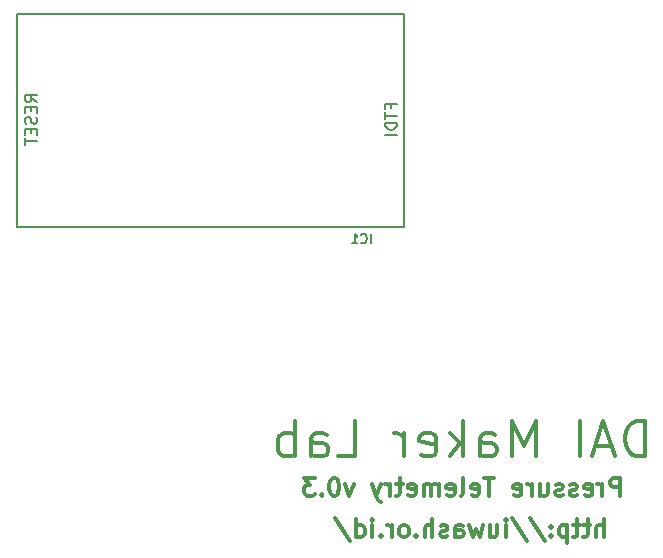
<source format=gbr>
G04 #@! TF.FileFunction,Legend,Bot*
%FSLAX46Y46*%
G04 Gerber Fmt 4.6, Leading zero omitted, Abs format (unit mm)*
G04 Created by KiCad (PCBNEW 4.0.2-stable) date Tuesday, August 01, 2017 'PMt' 03:56:38 PM*
%MOMM*%
G01*
G04 APERTURE LIST*
%ADD10C,0.100000*%
%ADD11C,0.300000*%
%ADD12C,0.150000*%
%ADD13C,0.160000*%
G04 APERTURE END LIST*
D10*
D11*
X156050002Y-112978571D02*
X156050002Y-111478571D01*
X155407145Y-112978571D02*
X155407145Y-112192857D01*
X155478574Y-112050000D01*
X155621431Y-111978571D01*
X155835716Y-111978571D01*
X155978574Y-112050000D01*
X156050002Y-112121429D01*
X154907145Y-111978571D02*
X154335716Y-111978571D01*
X154692859Y-111478571D02*
X154692859Y-112764286D01*
X154621431Y-112907143D01*
X154478573Y-112978571D01*
X154335716Y-112978571D01*
X154050002Y-111978571D02*
X153478573Y-111978571D01*
X153835716Y-111478571D02*
X153835716Y-112764286D01*
X153764288Y-112907143D01*
X153621430Y-112978571D01*
X153478573Y-112978571D01*
X152978573Y-111978571D02*
X152978573Y-113478571D01*
X152978573Y-112050000D02*
X152835716Y-111978571D01*
X152550002Y-111978571D01*
X152407145Y-112050000D01*
X152335716Y-112121429D01*
X152264287Y-112264286D01*
X152264287Y-112692857D01*
X152335716Y-112835714D01*
X152407145Y-112907143D01*
X152550002Y-112978571D01*
X152835716Y-112978571D01*
X152978573Y-112907143D01*
X151621430Y-112835714D02*
X151550002Y-112907143D01*
X151621430Y-112978571D01*
X151692859Y-112907143D01*
X151621430Y-112835714D01*
X151621430Y-112978571D01*
X151621430Y-112050000D02*
X151550002Y-112121429D01*
X151621430Y-112192857D01*
X151692859Y-112121429D01*
X151621430Y-112050000D01*
X151621430Y-112192857D01*
X149835716Y-111407143D02*
X151121430Y-113335714D01*
X148264287Y-111407143D02*
X149550001Y-113335714D01*
X147764286Y-112978571D02*
X147764286Y-111978571D01*
X147764286Y-111478571D02*
X147835715Y-111550000D01*
X147764286Y-111621429D01*
X147692858Y-111550000D01*
X147764286Y-111478571D01*
X147764286Y-111621429D01*
X146407143Y-111978571D02*
X146407143Y-112978571D01*
X147050000Y-111978571D02*
X147050000Y-112764286D01*
X146978572Y-112907143D01*
X146835714Y-112978571D01*
X146621429Y-112978571D01*
X146478572Y-112907143D01*
X146407143Y-112835714D01*
X145835714Y-111978571D02*
X145550000Y-112978571D01*
X145264286Y-112264286D01*
X144978571Y-112978571D01*
X144692857Y-111978571D01*
X143478571Y-112978571D02*
X143478571Y-112192857D01*
X143550000Y-112050000D01*
X143692857Y-111978571D01*
X143978571Y-111978571D01*
X144121428Y-112050000D01*
X143478571Y-112907143D02*
X143621428Y-112978571D01*
X143978571Y-112978571D01*
X144121428Y-112907143D01*
X144192857Y-112764286D01*
X144192857Y-112621429D01*
X144121428Y-112478571D01*
X143978571Y-112407143D01*
X143621428Y-112407143D01*
X143478571Y-112335714D01*
X142835714Y-112907143D02*
X142692857Y-112978571D01*
X142407142Y-112978571D01*
X142264285Y-112907143D01*
X142192857Y-112764286D01*
X142192857Y-112692857D01*
X142264285Y-112550000D01*
X142407142Y-112478571D01*
X142621428Y-112478571D01*
X142764285Y-112407143D01*
X142835714Y-112264286D01*
X142835714Y-112192857D01*
X142764285Y-112050000D01*
X142621428Y-111978571D01*
X142407142Y-111978571D01*
X142264285Y-112050000D01*
X141549999Y-112978571D02*
X141549999Y-111478571D01*
X140907142Y-112978571D02*
X140907142Y-112192857D01*
X140978571Y-112050000D01*
X141121428Y-111978571D01*
X141335713Y-111978571D01*
X141478571Y-112050000D01*
X141549999Y-112121429D01*
X140192856Y-112835714D02*
X140121428Y-112907143D01*
X140192856Y-112978571D01*
X140264285Y-112907143D01*
X140192856Y-112835714D01*
X140192856Y-112978571D01*
X139264284Y-112978571D02*
X139407142Y-112907143D01*
X139478570Y-112835714D01*
X139549999Y-112692857D01*
X139549999Y-112264286D01*
X139478570Y-112121429D01*
X139407142Y-112050000D01*
X139264284Y-111978571D01*
X139049999Y-111978571D01*
X138907142Y-112050000D01*
X138835713Y-112121429D01*
X138764284Y-112264286D01*
X138764284Y-112692857D01*
X138835713Y-112835714D01*
X138907142Y-112907143D01*
X139049999Y-112978571D01*
X139264284Y-112978571D01*
X138121427Y-112978571D02*
X138121427Y-111978571D01*
X138121427Y-112264286D02*
X138049999Y-112121429D01*
X137978570Y-112050000D01*
X137835713Y-111978571D01*
X137692856Y-111978571D01*
X137192856Y-112835714D02*
X137121428Y-112907143D01*
X137192856Y-112978571D01*
X137264285Y-112907143D01*
X137192856Y-112835714D01*
X137192856Y-112978571D01*
X136478570Y-112978571D02*
X136478570Y-111978571D01*
X136478570Y-111478571D02*
X136549999Y-111550000D01*
X136478570Y-111621429D01*
X136407142Y-111550000D01*
X136478570Y-111478571D01*
X136478570Y-111621429D01*
X135121427Y-112978571D02*
X135121427Y-111478571D01*
X135121427Y-112907143D02*
X135264284Y-112978571D01*
X135549998Y-112978571D01*
X135692856Y-112907143D01*
X135764284Y-112835714D01*
X135835713Y-112692857D01*
X135835713Y-112264286D01*
X135764284Y-112121429D01*
X135692856Y-112050000D01*
X135549998Y-111978571D01*
X135264284Y-111978571D01*
X135121427Y-112050000D01*
X133335713Y-111407143D02*
X134621427Y-113335714D01*
X157457141Y-109478571D02*
X157457141Y-107978571D01*
X156885713Y-107978571D01*
X156742855Y-108050000D01*
X156671427Y-108121429D01*
X156599998Y-108264286D01*
X156599998Y-108478571D01*
X156671427Y-108621429D01*
X156742855Y-108692857D01*
X156885713Y-108764286D01*
X157457141Y-108764286D01*
X155957141Y-109478571D02*
X155957141Y-108478571D01*
X155957141Y-108764286D02*
X155885713Y-108621429D01*
X155814284Y-108550000D01*
X155671427Y-108478571D01*
X155528570Y-108478571D01*
X154457142Y-109407143D02*
X154599999Y-109478571D01*
X154885713Y-109478571D01*
X155028570Y-109407143D01*
X155099999Y-109264286D01*
X155099999Y-108692857D01*
X155028570Y-108550000D01*
X154885713Y-108478571D01*
X154599999Y-108478571D01*
X154457142Y-108550000D01*
X154385713Y-108692857D01*
X154385713Y-108835714D01*
X155099999Y-108978571D01*
X153814285Y-109407143D02*
X153671428Y-109478571D01*
X153385713Y-109478571D01*
X153242856Y-109407143D01*
X153171428Y-109264286D01*
X153171428Y-109192857D01*
X153242856Y-109050000D01*
X153385713Y-108978571D01*
X153599999Y-108978571D01*
X153742856Y-108907143D01*
X153814285Y-108764286D01*
X153814285Y-108692857D01*
X153742856Y-108550000D01*
X153599999Y-108478571D01*
X153385713Y-108478571D01*
X153242856Y-108550000D01*
X152599999Y-109407143D02*
X152457142Y-109478571D01*
X152171427Y-109478571D01*
X152028570Y-109407143D01*
X151957142Y-109264286D01*
X151957142Y-109192857D01*
X152028570Y-109050000D01*
X152171427Y-108978571D01*
X152385713Y-108978571D01*
X152528570Y-108907143D01*
X152599999Y-108764286D01*
X152599999Y-108692857D01*
X152528570Y-108550000D01*
X152385713Y-108478571D01*
X152171427Y-108478571D01*
X152028570Y-108550000D01*
X150671427Y-108478571D02*
X150671427Y-109478571D01*
X151314284Y-108478571D02*
X151314284Y-109264286D01*
X151242856Y-109407143D01*
X151099998Y-109478571D01*
X150885713Y-109478571D01*
X150742856Y-109407143D01*
X150671427Y-109335714D01*
X149957141Y-109478571D02*
X149957141Y-108478571D01*
X149957141Y-108764286D02*
X149885713Y-108621429D01*
X149814284Y-108550000D01*
X149671427Y-108478571D01*
X149528570Y-108478571D01*
X148457142Y-109407143D02*
X148599999Y-109478571D01*
X148885713Y-109478571D01*
X149028570Y-109407143D01*
X149099999Y-109264286D01*
X149099999Y-108692857D01*
X149028570Y-108550000D01*
X148885713Y-108478571D01*
X148599999Y-108478571D01*
X148457142Y-108550000D01*
X148385713Y-108692857D01*
X148385713Y-108835714D01*
X149099999Y-108978571D01*
X146814285Y-107978571D02*
X145957142Y-107978571D01*
X146385713Y-109478571D02*
X146385713Y-107978571D01*
X144885714Y-109407143D02*
X145028571Y-109478571D01*
X145314285Y-109478571D01*
X145457142Y-109407143D01*
X145528571Y-109264286D01*
X145528571Y-108692857D01*
X145457142Y-108550000D01*
X145314285Y-108478571D01*
X145028571Y-108478571D01*
X144885714Y-108550000D01*
X144814285Y-108692857D01*
X144814285Y-108835714D01*
X145528571Y-108978571D01*
X143957142Y-109478571D02*
X144100000Y-109407143D01*
X144171428Y-109264286D01*
X144171428Y-107978571D01*
X142814286Y-109407143D02*
X142957143Y-109478571D01*
X143242857Y-109478571D01*
X143385714Y-109407143D01*
X143457143Y-109264286D01*
X143457143Y-108692857D01*
X143385714Y-108550000D01*
X143242857Y-108478571D01*
X142957143Y-108478571D01*
X142814286Y-108550000D01*
X142742857Y-108692857D01*
X142742857Y-108835714D01*
X143457143Y-108978571D01*
X142100000Y-109478571D02*
X142100000Y-108478571D01*
X142100000Y-108621429D02*
X142028572Y-108550000D01*
X141885714Y-108478571D01*
X141671429Y-108478571D01*
X141528572Y-108550000D01*
X141457143Y-108692857D01*
X141457143Y-109478571D01*
X141457143Y-108692857D02*
X141385714Y-108550000D01*
X141242857Y-108478571D01*
X141028572Y-108478571D01*
X140885714Y-108550000D01*
X140814286Y-108692857D01*
X140814286Y-109478571D01*
X139528572Y-109407143D02*
X139671429Y-109478571D01*
X139957143Y-109478571D01*
X140100000Y-109407143D01*
X140171429Y-109264286D01*
X140171429Y-108692857D01*
X140100000Y-108550000D01*
X139957143Y-108478571D01*
X139671429Y-108478571D01*
X139528572Y-108550000D01*
X139457143Y-108692857D01*
X139457143Y-108835714D01*
X140171429Y-108978571D01*
X139028572Y-108478571D02*
X138457143Y-108478571D01*
X138814286Y-107978571D02*
X138814286Y-109264286D01*
X138742858Y-109407143D01*
X138600000Y-109478571D01*
X138457143Y-109478571D01*
X137957143Y-109478571D02*
X137957143Y-108478571D01*
X137957143Y-108764286D02*
X137885715Y-108621429D01*
X137814286Y-108550000D01*
X137671429Y-108478571D01*
X137528572Y-108478571D01*
X137171429Y-108478571D02*
X136814286Y-109478571D01*
X136457144Y-108478571D02*
X136814286Y-109478571D01*
X136957144Y-109835714D01*
X137028572Y-109907143D01*
X137171429Y-109978571D01*
X134885715Y-108478571D02*
X134528572Y-109478571D01*
X134171430Y-108478571D01*
X133314287Y-107978571D02*
X133171430Y-107978571D01*
X133028573Y-108050000D01*
X132957144Y-108121429D01*
X132885715Y-108264286D01*
X132814287Y-108550000D01*
X132814287Y-108907143D01*
X132885715Y-109192857D01*
X132957144Y-109335714D01*
X133028573Y-109407143D01*
X133171430Y-109478571D01*
X133314287Y-109478571D01*
X133457144Y-109407143D01*
X133528573Y-109335714D01*
X133600001Y-109192857D01*
X133671430Y-108907143D01*
X133671430Y-108550000D01*
X133600001Y-108264286D01*
X133528573Y-108121429D01*
X133457144Y-108050000D01*
X133314287Y-107978571D01*
X132171430Y-109335714D02*
X132100002Y-109407143D01*
X132171430Y-109478571D01*
X132242859Y-109407143D01*
X132171430Y-109335714D01*
X132171430Y-109478571D01*
X131600001Y-107978571D02*
X130671430Y-107978571D01*
X131171430Y-108550000D01*
X130957144Y-108550000D01*
X130814287Y-108621429D01*
X130742858Y-108692857D01*
X130671430Y-108835714D01*
X130671430Y-109192857D01*
X130742858Y-109335714D01*
X130814287Y-109407143D01*
X130957144Y-109478571D01*
X131385716Y-109478571D01*
X131528573Y-109407143D01*
X131600001Y-109335714D01*
X159599999Y-106157143D02*
X159599999Y-103157143D01*
X158885714Y-103157143D01*
X158457142Y-103300000D01*
X158171428Y-103585714D01*
X158028571Y-103871429D01*
X157885714Y-104442857D01*
X157885714Y-104871429D01*
X158028571Y-105442857D01*
X158171428Y-105728571D01*
X158457142Y-106014286D01*
X158885714Y-106157143D01*
X159599999Y-106157143D01*
X156742856Y-105300000D02*
X155314285Y-105300000D01*
X157028571Y-106157143D02*
X156028571Y-103157143D01*
X155028571Y-106157143D01*
X154028570Y-106157143D02*
X154028570Y-103157143D01*
X150314285Y-106157143D02*
X150314285Y-103157143D01*
X149314285Y-105300000D01*
X148314285Y-103157143D01*
X148314285Y-106157143D01*
X145600000Y-106157143D02*
X145600000Y-104585714D01*
X145742857Y-104300000D01*
X146028571Y-104157143D01*
X146600000Y-104157143D01*
X146885714Y-104300000D01*
X145600000Y-106014286D02*
X145885714Y-106157143D01*
X146600000Y-106157143D01*
X146885714Y-106014286D01*
X147028571Y-105728571D01*
X147028571Y-105442857D01*
X146885714Y-105157143D01*
X146600000Y-105014286D01*
X145885714Y-105014286D01*
X145600000Y-104871429D01*
X144171428Y-106157143D02*
X144171428Y-103157143D01*
X143885714Y-105014286D02*
X143028571Y-106157143D01*
X143028571Y-104157143D02*
X144171428Y-105300000D01*
X140600000Y-106014286D02*
X140885714Y-106157143D01*
X141457143Y-106157143D01*
X141742857Y-106014286D01*
X141885714Y-105728571D01*
X141885714Y-104585714D01*
X141742857Y-104300000D01*
X141457143Y-104157143D01*
X140885714Y-104157143D01*
X140600000Y-104300000D01*
X140457143Y-104585714D01*
X140457143Y-104871429D01*
X141885714Y-105157143D01*
X139171428Y-106157143D02*
X139171428Y-104157143D01*
X139171428Y-104728571D02*
X139028571Y-104442857D01*
X138885714Y-104300000D01*
X138600000Y-104157143D01*
X138314285Y-104157143D01*
X133600000Y-106157143D02*
X135028571Y-106157143D01*
X135028571Y-103157143D01*
X131314286Y-106157143D02*
X131314286Y-104585714D01*
X131457143Y-104300000D01*
X131742857Y-104157143D01*
X132314286Y-104157143D01*
X132600000Y-104300000D01*
X131314286Y-106014286D02*
X131600000Y-106157143D01*
X132314286Y-106157143D01*
X132600000Y-106014286D01*
X132742857Y-105728571D01*
X132742857Y-105442857D01*
X132600000Y-105157143D01*
X132314286Y-105014286D01*
X131600000Y-105014286D01*
X131314286Y-104871429D01*
X129885714Y-106157143D02*
X129885714Y-103157143D01*
X129885714Y-104300000D02*
X129600000Y-104157143D01*
X129028571Y-104157143D01*
X128742857Y-104300000D01*
X128600000Y-104442857D01*
X128457143Y-104728571D01*
X128457143Y-105585714D01*
X128600000Y-105871429D01*
X128742857Y-106014286D01*
X129028571Y-106157143D01*
X129600000Y-106157143D01*
X129885714Y-106014286D01*
D12*
X106360000Y-86744000D02*
X106360000Y-68710000D01*
X139126000Y-68710000D02*
X139126000Y-86744000D01*
X106360000Y-86744000D02*
X139126000Y-86744000D01*
X139126000Y-68710000D02*
X106360000Y-68710000D01*
D13*
X136350952Y-88121905D02*
X136350952Y-87321905D01*
X135512857Y-88045714D02*
X135550952Y-88083810D01*
X135665238Y-88121905D01*
X135741428Y-88121905D01*
X135855714Y-88083810D01*
X135931905Y-88007619D01*
X135970000Y-87931429D01*
X136008095Y-87779048D01*
X136008095Y-87664762D01*
X135970000Y-87512381D01*
X135931905Y-87436190D01*
X135855714Y-87360000D01*
X135741428Y-87321905D01*
X135665238Y-87321905D01*
X135550952Y-87360000D01*
X135512857Y-87398095D01*
X134750952Y-88121905D02*
X135208095Y-88121905D01*
X134979524Y-88121905D02*
X134979524Y-87321905D01*
X135055714Y-87436190D01*
X135131905Y-87512381D01*
X135208095Y-87550476D01*
D12*
X108082381Y-76147619D02*
X107606190Y-75814285D01*
X108082381Y-75576190D02*
X107082381Y-75576190D01*
X107082381Y-75957143D01*
X107130000Y-76052381D01*
X107177619Y-76100000D01*
X107272857Y-76147619D01*
X107415714Y-76147619D01*
X107510952Y-76100000D01*
X107558571Y-76052381D01*
X107606190Y-75957143D01*
X107606190Y-75576190D01*
X107558571Y-76576190D02*
X107558571Y-76909524D01*
X108082381Y-77052381D02*
X108082381Y-76576190D01*
X107082381Y-76576190D01*
X107082381Y-77052381D01*
X108034762Y-77433333D02*
X108082381Y-77576190D01*
X108082381Y-77814286D01*
X108034762Y-77909524D01*
X107987143Y-77957143D01*
X107891905Y-78004762D01*
X107796667Y-78004762D01*
X107701429Y-77957143D01*
X107653810Y-77909524D01*
X107606190Y-77814286D01*
X107558571Y-77623809D01*
X107510952Y-77528571D01*
X107463333Y-77480952D01*
X107368095Y-77433333D01*
X107272857Y-77433333D01*
X107177619Y-77480952D01*
X107130000Y-77528571D01*
X107082381Y-77623809D01*
X107082381Y-77861905D01*
X107130000Y-78004762D01*
X107558571Y-78433333D02*
X107558571Y-78766667D01*
X108082381Y-78909524D02*
X108082381Y-78433333D01*
X107082381Y-78433333D01*
X107082381Y-78909524D01*
X107082381Y-79195238D02*
X107082381Y-79766667D01*
X108082381Y-79480952D02*
X107082381Y-79480952D01*
X138038571Y-76623810D02*
X138038571Y-76290476D01*
X138562381Y-76290476D02*
X137562381Y-76290476D01*
X137562381Y-76766667D01*
X137562381Y-77004762D02*
X137562381Y-77576191D01*
X138562381Y-77290476D02*
X137562381Y-77290476D01*
X138562381Y-77909524D02*
X137562381Y-77909524D01*
X137562381Y-78147619D01*
X137610000Y-78290477D01*
X137705238Y-78385715D01*
X137800476Y-78433334D01*
X137990952Y-78480953D01*
X138133810Y-78480953D01*
X138324286Y-78433334D01*
X138419524Y-78385715D01*
X138514762Y-78290477D01*
X138562381Y-78147619D01*
X138562381Y-77909524D01*
X138562381Y-78909524D02*
X137562381Y-78909524D01*
M02*

</source>
